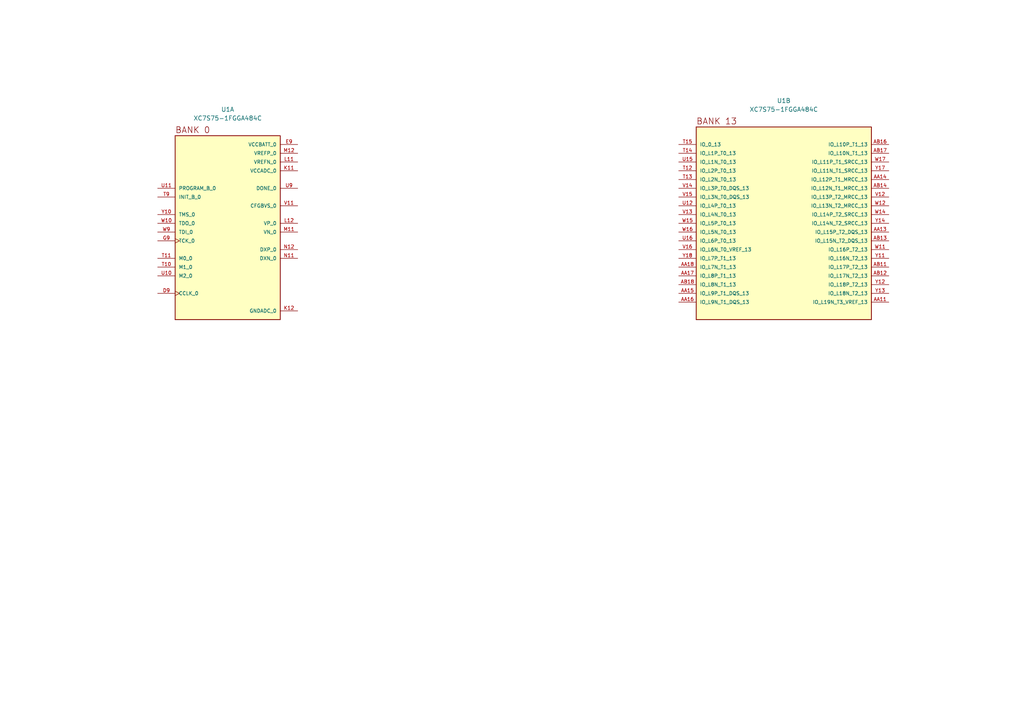
<source format=kicad_sch>
(kicad_sch (version 20231120) (generator "eeschema") (generator_version "8.0")
  (paper "A4")
  (title_block (title "ZYMA_ADC_FPGA") (date "2024-06-28") (rev "V01") (company "SHAKRA INNOVATIONS PVT LIMITED"))
  (lib_symbols
    (symbol "xc7s75:XC7S75-1FGGA484C" (pin_names (offset 1.016))
      (property "Reference" "U" (at -15.24 31.115 0))
      (property "Value" "XC7S75-1FGGA484C" (at -15.24 -27.94 0))
      (symbol "XC7S75-1FGGA484C_1_0"
        (rectangle (start -15.24 -25.4) (end 15.24 27.94) (stroke (width 0.254)) (fill (type background)))
        (text "BANK 0" (at -15.24 28.575 0) (effects (font (size 1.778 1.778)) (justify left bottom)))
        (pin input clock (at -20.32 -17.78 0) (length 5.08) (name "CCLK_0") (number "D9"))
        (pin power_in line (at 20.32 25.4 180) (length 5.08) (name "VCCBATT_0") (number "E9"))
        (pin input clock (at -20.32 -2.54 0) (length 5.08) (name "TCK_0") (number "G9"))
        (pin power_in line (at 20.32 17.78 180) (length 5.08) (name "VCCADC_0") (number "K11"))
        (pin power_in line (at 20.32 -22.86 180) (length 5.08) (name "GNDADC_0") (number "K12"))
        (pin power_in line (at 20.32 20.32 180) (length 5.08) (name "VREFN_0") (number "L11"))
        (pin bidirectional line (at 20.32 2.54 180) (length 5.08) (name "VP_0") (number "L12"))
        (pin bidirectional line (at 20.32 0 180) (length 5.08) (name "VN_0") (number "M11"))
        (pin power_in line (at 20.32 22.86 180) (length 5.08) (name "VREFP_0") (number "M12"))
        (pin bidirectional line (at 20.32 -7.62 180) (length 5.08) (name "DXN_0") (number "N11"))
        (pin bidirectional line (at 20.32 -5.08 180) (length 5.08) (name "DXP_0") (number "N12"))
        (pin input line (at -20.32 -10.16 0) (length 5.08) (name "M1_0") (number "T10"))
        (pin input line (at -20.32 -7.62 0) (length 5.08) (name "M0_0") (number "T11"))
        (pin input line (at -20.32 10.16 0) (length 5.08) (name "INIT_B_0") (number "T9"))
        (pin input line (at -20.32 -12.7 0) (length 5.08) (name "M2_0") (number "U10"))
        (pin input line (at -20.32 12.7 0) (length 5.08) (name "PROGRAM_B_0") (number "U11"))
        (pin output line (at 20.32 12.7 180) (length 5.08) (name "DONE_0") (number "U9"))
        (pin bidirectional line (at 20.32 7.62 180) (length 5.08) (name "CFGBVS_0") (number "V11"))
        (pin output line (at -20.32 2.54 0) (length 5.08) (name "TDO_0") (number "W10"))
        (pin input line (at -20.32 0 0) (length 5.08) (name "TDI_0") (number "W9"))
        (pin input line (at -20.32 5.08 0) (length 5.08) (name "TMS_0") (number "Y10"))
      )
      (symbol "XC7S75-1FGGA484C_2_0"
        (rectangle (start -25.4 -27.94) (end 25.4 27.94) (stroke (width 0.254)) (fill (type background)))
        (text "BANK 13" (at -25.4 28.575 0) (effects (font (size 1.778 1.778)) (justify left bottom)))
        (pin bidirectional line (at 30.48 -22.86 180) (length 5.08) (name "IO_L19N_T3_VREF_13") (number "AA11"))
        (pin bidirectional line (at 30.48 -2.54 180) (length 5.08) (name "IO_L15P_T2_DQS_13") (number "AA13"))
        (pin bidirectional line (at 30.48 12.7 180) (length 5.08) (name "IO_L12P_T1_MRCC_13") (number "AA14"))
        (pin bidirectional line (at -30.48 -20.32 0) (length 5.08) (name "IO_L9P_T1_DQS_13") (number "AA15"))
        (pin bidirectional line (at -30.48 -22.86 0) (length 5.08) (name "IO_L9N_T1_DQS_13") (number "AA16"))
        (pin bidirectional line (at -30.48 -15.24 0) (length 5.08) (name "IO_L8P_T1_13") (number "AA17"))
        (pin bidirectional line (at -30.48 -12.7 0) (length 5.08) (name "IO_L7N_T1_13") (number "AA18"))
        (pin bidirectional line (at 30.48 -12.7 180) (length 5.08) (name "IO_L17P_T2_13") (number "AB11"))
        (pin bidirectional line (at 30.48 -15.24 180) (length 5.08) (name "IO_L17N_T2_13") (number "AB12"))
        (pin bidirectional line (at 30.48 -5.08 180) (length 5.08) (name "IO_L15N_T2_DQS_13") (number "AB13"))
        (pin bidirectional line (at 30.48 10.16 180) (length 5.08) (name "IO_L12N_T1_MRCC_13") (number "AB14"))
        (pin bidirectional line (at 30.48 22.86 180) (length 5.08) (name "IO_L10P_T1_13") (number "AB16"))
        (pin bidirectional line (at 30.48 20.32 180) (length 5.08) (name "IO_L10N_T1_13") (number "AB17"))
        (pin bidirectional line (at -30.48 -17.78 0) (length 5.08) (name "IO_L8N_T1_13") (number "AB18"))
        (pin bidirectional line (at -30.48 15.24 0) (length 5.08) (name "IO_L2P_T0_13") (number "T12"))
        (pin bidirectional line (at -30.48 12.7 0) (length 5.08) (name "IO_L2N_T0_13") (number "T13"))
        (pin bidirectional line (at -30.48 20.32 0) (length 5.08) (name "IO_L1P_T0_13") (number "T14"))
        (pin bidirectional line (at -30.48 22.86 0) (length 5.08) (name "IO_0_13") (number "T15"))
        (pin bidirectional line (at -30.48 5.08 0) (length 5.08) (name "IO_L4P_T0_13") (number "U12"))
        (pin bidirectional line (at -30.48 17.78 0) (length 5.08) (name "IO_L1N_T0_13") (number "U15"))
        (pin bidirectional line (at -30.48 -5.08 0) (length 5.08) (name "IO_L6P_T0_13") (number "U16"))
        (pin bidirectional line (at 30.48 7.62 180) (length 5.08) (name "IO_L13P_T2_MRCC_13") (number "V12"))
        (pin bidirectional line (at -30.48 2.54 0) (length 5.08) (name "IO_L4N_T0_13") (number "V13"))
        (pin bidirectional line (at -30.48 10.16 0) (length 5.08) (name "IO_L3P_T0_DQS_13") (number "V14"))
        (pin bidirectional line (at -30.48 7.62 0) (length 5.08) (name "IO_L3N_T0_DQS_13") (number "V15"))
        (pin bidirectional line (at -30.48 -7.62 0) (length 5.08) (name "IO_L6N_T0_VREF_13") (number "V16"))
        (pin bidirectional line (at 30.48 -7.62 180) (length 5.08) (name "IO_L16P_T2_13") (number "W11"))
        (pin bidirectional line (at 30.48 5.08 180) (length 5.08) (name "IO_L13N_T2_MRCC_13") (number "W12"))
        (pin bidirectional line (at 30.48 2.54 180) (length 5.08) (name "IO_L14P_T2_SRCC_13") (number "W14"))
        (pin bidirectional line (at -30.48 0 0) (length 5.08) (name "IO_L5P_T0_13") (number "W15"))
        (pin bidirectional line (at -30.48 -2.54 0) (length 5.08) (name "IO_L5N_T0_13") (number "W16"))
        (pin bidirectional line (at 30.48 17.78 180) (length 5.08) (name "IO_L11P_T1_SRCC_13") (number "W17"))
        (pin bidirectional line (at 30.48 -10.16 180) (length 5.08) (name "IO_L16N_T2_13") (number "Y11"))
        (pin bidirectional line (at 30.48 -17.78 180) (length 5.08) (name "IO_L18P_T2_13") (number "Y12"))
        (pin bidirectional line (at 30.48 -20.32 180) (length 5.08) (name "IO_L18N_T2_13") (number "Y13"))
        (pin bidirectional line (at 30.48 0 180) (length 5.08) (name "IO_L14N_T2_SRCC_13") (number "Y14"))
        (pin bidirectional line (at 30.48 15.24 180) (length 5.08) (name "IO_L11N_T1_SRCC_13") (number "Y17"))
        (pin bidirectional line (at -30.48 -10.16 0) (length 5.08) (name "IO_L7P_T1_13") (number "Y18"))
      )
      (symbol "XC7S75-1FGGA484C_3_0"
        (rectangle (start -35.56 -35.56) (end 35.56 35.56) (stroke (width 0.254)) (fill (type background)))
        (text "BANK 14" (at -35.56 36.195 0) (effects (font (size 1.778 1.778)) (justify left bottom)))
        (pin bidirectional line (at 40.64 -2.54 180) (length 5.08) (name "IO_L19N_T3_D25_VREF_14") (number "AA20"))
        (pin bidirectional line (at 40.64 -15.24 180) (length 5.08) (name "IO_L22P_T3_D21_14") (number "AA21"))
        (pin bidirectional line (at 40.64 -7.62 180) (length 5.08) (name "IO_L20N_T3_D23_14") (number "AA22"))
        (pin bidirectional line (at 40.64 -20.32 180) (length 5.08) (name "IO_L23P_T3_D19_14") (number "AB19"))
        (pin bidirectional line (at 40.64 -22.86 180) (length 5.08) (name "IO_L23N_T3_D18_14") (number "AB20"))
        (pin bidirectional line (at 40.64 -17.78 180) (length 5.08) (name "IO_L22N_T3_D20_14") (number "AB21"))
        (pin bidirectional line (at -40.64 17.78 0) (length 5.08) (name "IO_L3P_T0_DQS_PUDC_B_14") (number "M19"))
        (pin bidirectional line (at -40.64 27.94 0) (length 5.08) (name "IO_L1P_T0_D00_MOSI_14") (number "M21"))
        (pin bidirectional line (at -40.64 25.4 0) (length 5.08) (name "IO_L1N_T0_D01_DIN_14") (number "M22"))
        (pin bidirectional line (at -40.64 30.48 0) (length 5.08) (name "IO_0_14") (number "N15"))
        (pin bidirectional line (at -40.64 2.54 0) (length 5.08) (name "IO_L6P_T0_FCS_B_14") (number "N17"))
        (pin bidirectional line (at -40.64 0 0) (length 5.08) (name "IO_L6N_T0_D08_VREF_14") (number "N18"))
        (pin bidirectional line (at -40.64 15.24 0) (length 5.08) (name "IO_L3N_T0_DQS_EMCCLK_14") (number "N19"))
        (pin bidirectional line (at -40.64 7.62 0) (length 5.08) (name "IO_L5P_T0_D06_14") (number "N20"))
        (pin bidirectional line (at -40.64 22.86 0) (length 5.08) (name "IO_L2P_T0_D02_14") (number "N21"))
        (pin bidirectional line (at -40.64 20.32 0) (length 5.08) (name "IO_L2N_T0_D03_14") (number "N22"))
        (pin bidirectional line (at 40.64 30.48 180) (length 5.08) (name "IO_L13P_T2_MRCC_14") (number "P15"))
        (pin bidirectional line (at 40.64 27.94 180) (length 5.08) (name "IO_L13N_T2_MRCC_14") (number "P16"))
        (pin bidirectional line (at 40.64 25.4 180) (length 5.08) (name "IO_L14P_T2_SRCC_14") (number "P17"))
        (pin bidirectional line (at -40.64 5.08 0) (length 5.08) (name "IO_L5N_T0_D07_14") (number "P20"))
        (pin bidirectional line (at -40.64 12.7 0) (length 5.08) (name "IO_L4P_T0_D04_14") (number "P21"))
        (pin bidirectional line (at -40.64 10.16 0) (length 5.08) (name "IO_L4N_T0_D05_14") (number "P22"))
        (pin bidirectional line (at 40.64 15.24 180) (length 5.08) (name "IO_L16P_T2_CSI_B_14") (number "R16"))
        (pin bidirectional line (at 40.64 12.7 180) (length 5.08) (name "IO_L16N_T2_D31_14") (number "R17"))
        (pin bidirectional line (at 40.64 22.86 180) (length 5.08) (name "IO_L14N_T2_SRCC_14") (number "R18"))
        (pin bidirectional line (at 40.64 10.16 180) (length 5.08) (name "IO_L17P_T2_D30_14") (number "R19"))
        (pin bidirectional line (at 40.64 7.62 180) (length 5.08) (name "IO_L17N_T2_D29_14") (number "R20"))
        (pin bidirectional line (at 40.64 -30.48 180) (length 5.08) (name "IO_25_14") (number "T16"))
        (pin bidirectional line (at 40.64 20.32 180) (length 5.08) (name "IO_L15P_T2_DQS_RDWR_B_14") (number "T17"))
        (pin bidirectional line (at 40.64 5.08 180) (length 5.08) (name "IO_L18P_T2_D28_14") (number "T19"))
        (pin bidirectional line (at 40.64 2.54 180) (length 5.08) (name "IO_L18N_T2_D27_14") (number "T20"))
        (pin bidirectional line (at -40.64 -2.54 0) (length 5.08) (name "IO_L7P_T1_D09_14") (number "T21"))
        (pin bidirectional line (at -40.64 -5.08 0) (length 5.08) (name "IO_L7N_T1_D10_14") (number "T22"))
        (pin bidirectional line (at 40.64 17.78 180) (length 5.08) (name "IO_L15N_T2_DQS_DOUT_CSO_B_14") (number "U17"))
        (pin bidirectional line (at -40.64 -27.94 0) (length 5.08) (name "IO_L12P_T1_MRCC_14") (number "U18"))
        (pin bidirectional line (at -40.64 -30.48 0) (length 5.08) (name "IO_L12N_T1_MRCC_14") (number "U19"))
        (pin bidirectional line (at -40.64 -22.86 0) (length 5.08) (name "IO_L11P_T1_SRCC_14") (number "U20"))
        (pin bidirectional line (at -40.64 -12.7 0) (length 5.08) (name "IO_L9P_T1_DQS_14") (number "U22"))
        (pin bidirectional line (at 40.64 -25.4 180) (length 5.08) (name "IO_L24P_T3_D17_14") (number "V18"))
        (pin bidirectional line (at 40.64 -27.94 180) (length 5.08) (name "IO_L24N_T3_D16_14") (number "V19"))
        (pin bidirectional line (at -40.64 -25.4 0) (length 5.08) (name "IO_L11N_T1_SRCC_14") (number "V20"))
        (pin bidirectional line (at -40.64 -7.62 0) (length 5.08) (name "IO_L8P_T1_D11_14") (number "V21"))
        (pin bidirectional line (at -40.64 -15.24 0) (length 5.08) (name "IO_L9N_T1_DQS_D13_14") (number "V22"))
        (pin bidirectional line (at 40.64 -10.16 180) (length 5.08) (name "IO_L21P_T3_DQS_14") (number "W18"))
        (pin bidirectional line (at -40.64 -17.78 0) (length 5.08) (name "IO_L10P_T1_D14_14") (number "W21"))
        (pin bidirectional line (at -40.64 -10.16 0) (length 5.08) (name "IO_L8N_T1_D12_14") (number "W22"))
        (pin bidirectional line (at 40.64 -12.7 180) (length 5.08) (name "IO_L21N_T3_DQS_D22_14") (number "Y19"))
        (pin bidirectional line (at 40.64 0 180) (length 5.08) (name "IO_L19P_T3_D26_14") (number "Y20"))
        (pin bidirectional line (at -40.64 -20.32 0) (length 5.08) (name "IO_L10N_T1_D15_14") (number "Y21"))
        (pin bidirectional line (at 40.64 -5.08 180) (length 5.08) (name "IO_L20P_T3_D24_14") (number "Y22"))
      )
      (symbol "XC7S75-1FGGA484C_4_0"
        (rectangle (start -30.48 -35.56) (end 30.48 35.56) (stroke (width 0.254)) (fill (type background)))
        (text "BANK 15" (at -30.48 36.195 0) (effects (font (size 1.778 1.778)) (justify left bottom)))
        (pin bidirectional line (at -35.56 30.48 0) (length 5.08) (name "IO_0_15") (number "A21"))
        (pin bidirectional line (at -35.56 -2.54 0) (length 5.08) (name "IO_L7P_T1_AD2P_15") (number "B21"))
        (pin bidirectional line (at -35.56 -5.08 0) (length 5.08) (name "IO_L7N_T1_AD2N_15") (number "B22"))
        (pin bidirectional line (at -35.56 -10.16 0) (length 5.08) (name "IO_L8N_T1_AD10N_15") (number "C20"))
        (pin bidirectional line (at -35.56 -15.24 0) (length 5.08) (name "IO_L9N_T1_DQS_AD3N_15") (number "C22"))
        (pin bidirectional line (at -35.56 -7.62 0) (length 5.08) (name "IO_L8P_T1_AD10P_15") (number "D20"))
        (pin bidirectional line (at -35.56 -12.7 0) (length 5.08) (name "IO_L9P_T1_DQS_AD3P_15") (number "D21"))
        (pin bidirectional line (at -35.56 -20.32 0) (length 5.08) (name "IO_L10N_T1_AD11N_15") (number "D22"))
        (pin bidirectional line (at -35.56 -17.78 0) (length 5.08) (name "IO_L10P_T1_AD11P_15") (number "E22"))
        (pin bidirectional line (at -35.56 27.94 0) (length 5.08) (name "IO_L1P_T0_AD0P_15") (number "F17"))
        (pin bidirectional line (at -35.56 25.4 0) (length 5.08) (name "IO_L1N_T0_AD0N_15") (number "F18"))
        (pin bidirectional line (at -35.56 -27.94 0) (length 5.08) (name "IO_L12P_T1_MRCC_15") (number "F19"))
        (pin bidirectional line (at -35.56 -30.48 0) (length 5.08) (name "IO_L12N_T1_MRCC_15") (number "F20"))
        (pin bidirectional line (at -35.56 -22.86 0) (length 5.08) (name "IO_L11P_T1_SRCC_15") (number "F21"))
        (pin bidirectional line (at -35.56 -25.4 0) (length 5.08) (name "IO_L11N_T1_SRCC_15") (number "F22"))
        (pin bidirectional line (at -35.56 10.16 0) (length 5.08) (name "IO_L4N_T0_15") (number "G16"))
        (pin bidirectional line (at -35.56 20.32 0) (length 5.08) (name "IO_L2N_T0_AD8N_15") (number "G17"))
        (pin bidirectional line (at 35.56 -2.54 180) (length 5.08) (name "IO_L19N_T3_VREF_15") (number "G20"))
        (pin bidirectional line (at 35.56 -5.08 180) (length 5.08) (name "IO_L20P_T3_15") (number "G21"))
        (pin bidirectional line (at 35.56 -7.62 180) (length 5.08) (name "IO_L20N_T3_15") (number "G22"))
        (pin bidirectional line (at -35.56 12.7 0) (length 5.08) (name "IO_L4P_T0_15") (number "H16"))
        (pin bidirectional line (at -35.56 22.86 0) (length 5.08) (name "IO_L2P_T0_AD8P_15") (number "H17"))
        (pin bidirectional line (at -35.56 15.24 0) (length 5.08) (name "IO_L3N_T0_DQS_AD1N_15") (number "H18"))
        (pin bidirectional line (at 35.56 0 180) (length 5.08) (name "IO_L19P_T3_15") (number "H19"))
        (pin bidirectional line (at 35.56 -10.16 180) (length 5.08) (name "IO_L21P_T3_DQS_15") (number "H20"))
        (pin bidirectional line (at 35.56 -12.7 180) (length 5.08) (name "IO_L21N_T3_DQS_15") (number "H21"))
        (pin bidirectional line (at -35.56 0 0) (length 5.08) (name "IO_L6N_T0_VREF_15") (number "J15"))
        (pin bidirectional line (at -35.56 5.08 0) (length 5.08) (name "IO_L5N_T0_AD9N_15") (number "J16"))
        (pin bidirectional line (at -35.56 17.78 0) (length 5.08) (name "IO_L3P_T0_DQS_AD1P_15") (number "J17"))
        (pin bidirectional line (at 35.56 10.16 180) (length 5.08) (name "IO_L17P_T2_15") (number "J19"))
        (pin bidirectional line (at 35.56 7.62 180) (length 5.08) (name "IO_L17N_T2_15") (number "J20"))
        (pin bidirectional line (at 35.56 -20.32 180) (length 5.08) (name "IO_L23P_T3_15") (number "J21"))
        (pin bidirectional line (at 35.56 -22.86 180) (length 5.08) (name "IO_L23N_T3_15") (number "J22"))
        (pin bidirectional line (at -35.56 2.54 0) (length 5.08) (name "IO_L6P_T0_15") (number "K15"))
        (pin bidirectional line (at -35.56 7.62 0) (length 5.08) (name "IO_L5P_T0_AD9P_15") (number "K16"))
        (pin bidirectional line (at 35.56 17.78 180) (length 5.08) (name "IO_L15N_T2_DQS_15") (number "K17"))
        (pin bidirectional line (at 35.56 15.24 180) (length 5.08) (name "IO_L16P_T2_15") (number "K18"))
        (pin bidirectional line (at 35.56 12.7 180) (length 5.08) (name "IO_L16N_T2_15") (number "K19"))
        (pin bidirectional line (at 35.56 -17.78 180) (length 5.08) (name "IO_L22N_T3_15") (number "K22"))
        (pin bidirectional line (at 35.56 27.94 180) (length 5.08) (name "IO_L13N_T2_MRCC_15") (number "L15"))
        (pin bidirectional line (at 35.56 20.32 180) (length 5.08) (name "IO_L15P_T2_DQS_15") (number "L16"))
        (pin bidirectional line (at 35.56 5.08 180) (length 5.08) (name "IO_L18P_T2_15") (number "L18"))
        (pin bidirectional line (at 35.56 2.54 180) (length 5.08) (name "IO_L18N_T2_15") (number "L19"))
        (pin bidirectional line (at 35.56 -25.4 180) (length 5.08) (name "IO_L24P_T3_RS1_15") (number "L20"))
        (pin bidirectional line (at 35.56 -27.94 180) (length 5.08) (name "IO_L24N_T3_RS0_15") (number "L21"))
        (pin bidirectional line (at 35.56 -15.24 180) (length 5.08) (name "IO_L22P_T3_15") (number "L22"))
        (pin bidirectional line (at 35.56 30.48 180) (length 5.08) (name "IO_L13P_T2_MRCC_15") (number "M15"))
        (pin bidirectional line (at 35.56 -30.48 180) (length 5.08) (name "IO_25_15") (number "M16"))
        (pin bidirectional line (at 35.56 25.4 180) (length 5.08) (name "IO_L14P_T2_SRCC_15") (number "M17"))
        (pin bidirectional line (at 35.56 22.86 180) (length 5.08) (name "IO_L14N_T2_SRCC_15") (number "M18"))
      )
      (symbol "XC7S75-1FGGA484C_5_0"
        (rectangle (start -30.48 -35.56) (end 30.48 35.56) (stroke (width 0.254)) (fill (type background)))
        (text "BANK 16" (at -30.48 36.195 0) (effects (font (size 1.778 1.778)) (justify left bottom)))
        (pin bidirectional line (at -35.56 -7.62 0) (length 5.08) (name "IO_L8P_T1_16") (number "A11"))
        (pin bidirectional line (at -35.56 -10.16 0) (length 5.08) (name "IO_L8N_T1_16") (number "A12"))
        (pin bidirectional line (at -35.56 -15.24 0) (length 5.08) (name "IO_L9N_T1_DQS_16") (number "A13"))
        (pin bidirectional line (at 35.56 7.62 180) (length 5.08) (name "IO_L17N_T2_16") (number "A14"))
        (pin bidirectional line (at 35.56 5.08 180) (length 5.08) (name "IO_L18P_T2_16") (number "A16"))
        (pin bidirectional line (at 35.56 2.54 180) (length 5.08) (name "IO_L18N_T2_16") (number "A17"))
        (pin bidirectional line (at 35.56 -10.16 180) (length 5.08) (name "IO_L21P_T3_DQS_16") (number "A18"))
        (pin bidirectional line (at 35.56 -12.7 180) (length 5.08) (name "IO_L21N_T3_DQS_16") (number "A19"))
        (pin bidirectional line (at 35.56 -22.86 180) (length 5.08) (name "IO_L23N_T3_16") (number "A20"))
        (pin bidirectional line (at -35.56 -12.7 0) (length 5.08) (name "IO_L9P_T1_DQS_16") (number "B13"))
        (pin bidirectional line (at 35.56 10.16 180) (length 5.08) (name "IO_L17P_T2_16") (number "B14"))
        (pin bidirectional line (at 35.56 25.4 180) (length 5.08) (name "IO_L14P_T2_SRCC_16") (number "B15"))
        (pin bidirectional line (at 35.56 22.86 180) (length 5.08) (name "IO_L14N_T2_SRCC_16") (number "B16"))
        (pin bidirectional line (at 35.56 -7.62 180) (length 5.08) (name "IO_L20N_T3_16") (number "B19"))
        (pin bidirectional line (at 35.56 -20.32 180) (length 5.08) (name "IO_L23P_T3_16") (number "B20"))
        (pin bidirectional line (at -35.56 -17.78 0) (length 5.08) (name "IO_L10P_T1_16") (number "C10"))
        (pin bidirectional line (at -35.56 -20.32 0) (length 5.08) (name "IO_L10N_T1_16") (number "C11"))
        (pin bidirectional line (at -35.56 -30.48 0) (length 5.08) (name "IO_L12N_T1_MRCC_16") (number "C12"))
        (pin bidirectional line (at -35.56 -5.08 0) (length 5.08) (name "IO_L7N_T1_16") (number "C13"))
        (pin bidirectional line (at 35.56 30.48 180) (length 5.08) (name "IO_L13P_T2_MRCC_16") (number "C15"))
        (pin bidirectional line (at 35.56 27.94 180) (length 5.08) (name "IO_L13N_T2_MRCC_16") (number "C16"))
        (pin bidirectional line (at 35.56 17.78 180) (length 5.08) (name "IO_L15N_T2_DQS_16") (number "C17"))
        (pin bidirectional line (at 35.56 -2.54 180) (length 5.08) (name "IO_L19N_T3_VREF_16") (number "C18"))
        (pin bidirectional line (at 35.56 -5.08 180) (length 5.08) (name "IO_L20P_T3_16") (number "C19"))
        (pin bidirectional line (at -35.56 15.24 0) (length 5.08) (name "IO_L3N_T0_DQS_16") (number "D11"))
        (pin bidirectional line (at -35.56 -27.94 0) (length 5.08) (name "IO_L12P_T1_MRCC_16") (number "D12"))
        (pin bidirectional line (at -35.56 -2.54 0) (length 5.08) (name "IO_L7P_T1_16") (number "D13"))
        (pin bidirectional line (at -35.56 -22.86 0) (length 5.08) (name "IO_L11P_T1_SRCC_16") (number "D14"))
        (pin bidirectional line (at -35.56 -25.4 0) (length 5.08) (name "IO_L11N_T1_SRCC_16") (number "D15"))
        (pin bidirectional line (at 35.56 20.32 180) (length 5.08) (name "IO_L15P_T2_DQS_16") (number "D16"))
        (pin bidirectional line (at 35.56 0 180) (length 5.08) (name "IO_L19P_T3_16") (number "D18"))
        (pin bidirectional line (at 35.56 -27.94 180) (length 5.08) (name "IO_L24N_T3_16") (number "D19"))
        (pin bidirectional line (at -35.56 17.78 0) (length 5.08) (name "IO_L3P_T0_DQS_16") (number "E11"))
        (pin bidirectional line (at -35.56 5.08 0) (length 5.08) (name "IO_L5N_T0_16") (number "E12"))
        (pin bidirectional line (at 35.56 15.24 180) (length 5.08) (name "IO_L16P_T2_16") (number "E15"))
        (pin bidirectional line (at 35.56 12.7 180) (length 5.08) (name "IO_L16N_T2_16") (number "E16"))
        (pin bidirectional line (at 35.56 -15.24 180) (length 5.08) (name "IO_L22P_T3_16") (number "E17"))
        (pin bidirectional line (at 35.56 -17.78 180) (length 5.08) (name "IO_L22N_T3_16") (number "E18"))
        (pin bidirectional line (at 35.56 -25.4 180) (length 5.08) (name "IO_L24P_T3_16") (number "E19"))
        (pin bidirectional line (at -35.56 20.32 0) (length 5.08) (name "IO_L2N_T0_16") (number "F10"))
        (pin bidirectional line (at -35.56 25.4 0) (length 5.08) (name "IO_L1N_T0_16") (number "F11"))
        (pin bidirectional line (at -35.56 7.62 0) (length 5.08) (name "IO_L5P_T0_16") (number "F12"))
        (pin bidirectional line (at -35.56 12.7 0) (length 5.08) (name "IO_L4P_T0_16") (number "F13"))
        (pin bidirectional line (at -35.56 10.16 0) (length 5.08) (name "IO_L4N_T0_16") (number "F14"))
        (pin bidirectional line (at -35.56 0 0) (length 5.08) (name "IO_L6N_T0_VREF_16") (number "F15"))
        (pin bidirectional line (at -35.56 22.86 0) (length 5.08) (name "IO_L2P_T0_16") (number "G10"))
        (pin bidirectional line (at -35.56 27.94 0) (length 5.08) (name "IO_L1P_T0_16") (number "G11"))
        (pin bidirectional line (at -35.56 30.48 0) (length 5.08) (name "IO_0_16") (number "G13"))
        (pin bidirectional line (at -35.56 2.54 0) (length 5.08) (name "IO_L6P_T0_16") (number "G14"))
        (pin bidirectional line (at 35.56 -30.48 180) (length 5.08) (name "IO_25_16") (number "G15"))
      )
      (symbol "XC7S75-1FGGA484C_6_0"
        (rectangle (start -30.48 -35.56) (end 30.48 35.56) (stroke (width 0.254)) (fill (type background)))
        (text "BANK 34" (at -30.48 36.195 0) (effects (font (size 1.778 1.778)) (justify left bottom)))
        (pin bidirectional line (at 35.56 7.62 180) (length 5.08) (name "IO_L17N_T2_34") (number "AA1"))
        (pin bidirectional line (at 35.56 -15.24 180) (length 5.08) (name "IO_L22P_T3_34") (number "AA10"))
        (pin bidirectional line (at 35.56 10.16 180) (length 5.08) (name "IO_L17P_T2_34") (number "AA2"))
        (pin bidirectional line (at 35.56 17.78 180) (length 5.08) (name "IO_L15N_T2_DQS_34") (number "AA3"))
        (pin bidirectional line (at 35.56 30.48 180) (length 5.08) (name "IO_L13P_T2_MRCC_34") (number "AA6"))
        (pin bidirectional line (at 35.56 -20.32 180) (length 5.08) (name "IO_L23P_T3_34") (number "AA7"))
        (pin bidirectional line (at 35.56 -7.62 180) (length 5.08) (name "IO_L20N_T3_34") (number "AA8"))
        (pin bidirectional line (at 35.56 -25.4 180) (length 5.08) (name "IO_L24P_T3_34") (number "AA9"))
        (pin bidirectional line (at 35.56 -17.78 180) (length 5.08) (name "IO_L22N_T3_34") (number "AB10"))
        (pin bidirectional line (at 35.56 12.7 180) (length 5.08) (name "IO_L16N_T2_34") (number "AB2"))
        (pin bidirectional line (at 35.56 15.24 180) (length 5.08) (name "IO_L16P_T2_34") (number "AB3"))
        (pin bidirectional line (at 35.56 2.54 180) (length 5.08) (name "IO_L18N_T2_34") (number "AB4"))
        (pin bidirectional line (at 35.56 5.08 180) (length 5.08) (name "IO_L18P_T2_34") (number "AB5"))
        (pin bidirectional line (at 35.56 27.94 180) (length 5.08) (name "IO_L13N_T2_MRCC_34") (number "AB6"))
        (pin bidirectional line (at 35.56 -22.86 180) (length 5.08) (name "IO_L23N_T3_34") (number "AB7"))
        (pin bidirectional line (at 35.56 -27.94 180) (length 5.08) (name "IO_L24N_T3_34") (number "AB9"))
        (pin bidirectional line (at -35.56 30.48 0) (length 5.08) (name "IO_0_34") (number "R2"))
        (pin bidirectional line (at 35.56 -30.48 180) (length 5.08) (name "IO_25_34") (number "T1"))
        (pin bidirectional line (at -35.56 -30.48 0) (length 5.08) (name "IO_L12N_T1_MRCC_34") (number "T2"))
        (pin bidirectional line (at -35.56 -27.94 0) (length 5.08) (name "IO_L12P_T1_MRCC_34") (number "T3"))
        (pin bidirectional line (at -35.56 12.7 0) (length 5.08) (name "IO_L4P_T0_34") (number "T5"))
        (pin bidirectional line (at -35.56 20.32 0) (length 5.08) (name "IO_L2N_T0_34") (number "T6"))
        (pin bidirectional line (at -35.56 22.86 0) (length 5.08) (name "IO_L2P_T0_34") (number "T7"))
        (pin bidirectional line (at -35.56 2.54 0) (length 5.08) (name "IO_L6P_T0_34") (number "T8"))
        (pin bidirectional line (at -35.56 -15.24 0) (length 5.08) (name "IO_L9N_T1_DQS_34") (number "U1"))
        (pin bidirectional line (at -35.56 -12.7 0) (length 5.08) (name "IO_L9P_T1_DQS_34") (number "U2"))
        (pin bidirectional line (at -35.56 -25.4 0) (length 5.08) (name "IO_L11N_T1_SRCC_34") (number "U3"))
        (pin bidirectional line (at -35.56 -22.86 0) (length 5.08) (name "IO_L11P_T1_SRCC_34") (number "U4"))
        (pin bidirectional line (at -35.56 10.16 0) (length 5.08) (name "IO_L4N_T0_34") (number "U5"))
        (pin bidirectional line (at -35.56 0 0) (length 5.08) (name "IO_L6N_T0_VREF_34") (number "U8"))
        (pin bidirectional line (at -35.56 -2.54 0) (length 5.08) (name "IO_L7P_T1_34") (number "V1"))
        (pin bidirectional line (at -35.56 15.24 0) (length 5.08) (name "IO_L3N_T0_DQS_34") (number "V4"))
        (pin bidirectional line (at -35.56 17.78 0) (length 5.08) (name "IO_L3P_T0_DQS_34") (number "V5"))
        (pin bidirectional line (at -35.56 5.08 0) (length 5.08) (name "IO_L5N_T0_34") (number "V6"))
        (pin bidirectional line (at -35.56 7.62 0) (length 5.08) (name "IO_L5P_T0_34") (number "V7"))
        (pin bidirectional line (at 35.56 0 180) (length 5.08) (name "IO_L19P_T3_34") (number "V8"))
        (pin bidirectional line (at -35.56 -5.08 0) (length 5.08) (name "IO_L7N_T1_34") (number "W1"))
        (pin bidirectional line (at -35.56 -7.62 0) (length 5.08) (name "IO_L8P_T1_34") (number "W2"))
        (pin bidirectional line (at -35.56 -17.78 0) (length 5.08) (name "IO_L10P_T1_34") (number "W3"))
        (pin bidirectional line (at -35.56 25.4 0) (length 5.08) (name "IO_L1N_T0_34") (number "W4"))
        (pin bidirectional line (at -35.56 27.94 0) (length 5.08) (name "IO_L1P_T0_34") (number "W5"))
        (pin bidirectional line (at 35.56 -10.16 180) (length 5.08) (name "IO_L21P_T3_DQS_34") (number "W7"))
        (pin bidirectional line (at 35.56 -2.54 180) (length 5.08) (name "IO_L19N_T3_VREF_34") (number "W8"))
        (pin bidirectional line (at -35.56 -10.16 0) (length 5.08) (name "IO_L8N_T1_34") (number "Y1"))
        (pin bidirectional line (at -35.56 -20.32 0) (length 5.08) (name "IO_L10N_T1_34") (number "Y3"))
        (pin bidirectional line (at 35.56 20.32 180) (length 5.08) (name "IO_L15P_T2_DQS_34") (number "Y4"))
        (pin bidirectional line (at 35.56 22.86 180) (length 5.08) (name "IO_L14N_T2_SRCC_34") (number "Y5"))
        (pin bidirectional line (at 35.56 25.4 180) (length 5.08) (name "IO_L14P_T2_SRCC_34") (number "Y6"))
        (pin bidirectional line (at 35.56 -12.7 180) (length 5.08) (name "IO_L21N_T3_DQS_34") (number "Y7"))
        (pin bidirectional line (at 35.56 -5.08 180) (length 5.08) (name "IO_L20P_T3_34") (number "Y8"))
      )
      (symbol "XC7S75-1FGGA484C_7_0"
        (rectangle (start -30.48 -35.56) (end 30.48 35.56) (stroke (width 0.254)) (fill (type background)))
        (text "BANK 35" (at -30.48 36.195 0) (effects (font (size 1.778 1.778)) (justify left bottom)))
        (pin bidirectional line (at -35.56 25.4 0) (length 5.08) (name "IO_L1N_T0_AD4N_35") (number "H2"))
        (pin bidirectional line (at -35.56 20.32 0) (length 5.08) (name "IO_L2N_T0_AD12N_35") (number "H3"))
        (pin bidirectional line (at -35.56 22.86 0) (length 5.08) (name "IO_L2P_T0_AD12P_35") (number "H4"))
        (pin bidirectional line (at -35.56 5.08 0) (length 5.08) (name "IO_L5N_T0_AD13N_35") (number "H5"))
        (pin bidirectional line (at -35.56 7.62 0) (length 5.08) (name "IO_L5P_T0_AD13P_35") (number "H6"))
        (pin bidirectional line (at -35.56 30.48 0) (length 5.08) (name "IO_0_35") (number "H7"))
        (pin bidirectional line (at -35.56 15.24 0) (length 5.08) (name "IO_L3N_T0_DQS_AD5N_35") (number "J1"))
        (pin bidirectional line (at -35.56 17.78 0) (length 5.08) (name "IO_L3P_T0_DQS_AD5P_35") (number "J2"))
        (pin bidirectional line (at -35.56 27.94 0) (length 5.08) (name "IO_L1P_T0_AD4P_35") (number "J3"))
        (pin bidirectional line (at -35.56 0 0) (length 5.08) (name "IO_L6N_T0_VREF_35") (number "J6"))
        (pin bidirectional line (at -35.56 -5.08 0) (length 5.08) (name "IO_L7N_T1_AD6N_35") (number "J7"))
        (pin bidirectional line (at -35.56 -2.54 0) (length 5.08) (name "IO_L7P_T1_AD6P_35") (number "J8"))
        (pin bidirectional line (at 35.56 22.86 180) (length 5.08) (name "IO_L14N_T2_SRCC_35") (number "K1"))
        (pin bidirectional line (at -35.56 10.16 0) (length 5.08) (name "IO_L4N_T0_35") (number "K2"))
        (pin bidirectional line (at -35.56 12.7 0) (length 5.08) (name "IO_L4P_T0_35") (number "K3"))
        (pin bidirectional line (at -35.56 -20.32 0) (length 5.08) (name "IO_L10N_T1_AD15N_35") (number "K4"))
        (pin bidirectional line (at -35.56 -15.24 0) (length 5.08) (name "IO_L9N_T1_DQS_AD7N_35") (number "K5"))
        (pin bidirectional line (at -35.56 2.54 0) (length 5.08) (name "IO_L6P_T0_35") (number "K6"))
        (pin bidirectional line (at -35.56 -25.4 0) (length 5.08) (name "IO_L11N_T1_SRCC_35") (number "K8"))
        (pin bidirectional line (at 35.56 25.4 180) (length 5.08) (name "IO_L14P_T2_SRCC_35") (number "L1"))
        (pin bidirectional line (at -35.56 -17.78 0) (length 5.08) (name "IO_L10P_T1_AD15P_35") (number "L4"))
        (pin bidirectional line (at -35.56 -12.7 0) (length 5.08) (name "IO_L9P_T1_DQS_AD7P_35") (number "L5"))
        (pin bidirectional line (at -35.56 -10.16 0) (length 5.08) (name "IO_L8N_T1_AD14N_35") (number "L6"))
        (pin bidirectional line (at -35.56 -7.62 0) (length 5.08) (name "IO_L8P_T1_AD14P_35") (number "L7"))
        (pin bidirectional line (at -35.56 -22.86 0) (length 5.08) (name "IO_L11P_T1_SRCC_35") (number "L8"))
        (pin bidirectional line (at 35.56 17.78 180) (length 5.08) (name "IO_L15N_T2_DQS_35") (number "M1"))
        (pin bidirectional line (at 35.56 20.32 180) (length 5.08) (name "IO_L15P_T2_DQS_35") (number "M2"))
        (pin bidirectional line (at 35.56 27.94 180) (length 5.08) (name "IO_L13N_T2_MRCC_35") (number "M3"))
        (pin bidirectional line (at 35.56 30.48 180) (length 5.08) (name "IO_L13P_T2_MRCC_35") (number "M4"))
        (pin bidirectional line (at 35.56 -7.62 180) (length 5.08) (name "IO_L20N_T3_35") (number "M5"))
        (pin bidirectional line (at -35.56 -30.48 0) (length 5.08) (name "IO_L12N_T1_MRCC_35") (number "M7"))
        (pin bidirectional line (at -35.56 -27.94 0) (length 5.08) (name "IO_L12P_T1_MRCC_35") (number "M8"))
        (pin bidirectional line (at 35.56 7.62 180) (length 5.08) (name "IO_L17N_T2_35") (number "N1"))
        (pin bidirectional line (at 35.56 12.7 180) (length 5.08) (name "IO_L16N_T2_35") (number "N3"))
        (pin bidirectional line (at 35.56 15.24 180) (length 5.08) (name "IO_L16P_T2_35") (number "N4"))
        (pin bidirectional line (at 35.56 -5.08 180) (length 5.08) (name "IO_L20P_T3_35") (number "N5"))
        (pin bidirectional line (at 35.56 -12.7 180) (length 5.08) (name "IO_L21N_T3_DQS_35") (number "N6"))
        (pin bidirectional line (at 35.56 -17.78 180) (length 5.08) (name "IO_L22N_T3_35") (number "N7"))
        (pin bidirectional line (at 35.56 -2.54 180) (length 5.08) (name "IO_L19N_T3_VREF_35") (number "N8"))
        (pin bidirectional line (at 35.56 10.16 180) (length 5.08) (name "IO_L17P_T2_35") (number "P1"))
        (pin bidirectional line (at 35.56 2.54 180) (length 5.08) (name "IO_L18N_T2_35") (number "P2"))
        (pin bidirectional line (at 35.56 5.08 180) (length 5.08) (name "IO_L18P_T2_35") (number "P3"))
        (pin bidirectional line (at 35.56 -10.16 180) (length 5.08) (name "IO_L21P_T3_DQS_35") (number "P6"))
        (pin bidirectional line (at 35.56 -15.24 180) (length 5.08) (name "IO_L22P_T3_35") (number "P7"))
        (pin bidirectional line (at 35.56 0 180) (length 5.08) (name "IO_L19P_T3_35") (number "P8"))
        (pin bidirectional line (at 35.56 -30.48 180) (length 5.08) (name "IO_25_35") (number "R3"))
        (pin bidirectional line (at 35.56 -27.94 180) (length 5.08) (name "IO_L24N_T3_35") (number "R4"))
        (pin bidirectional line (at 35.56 -25.4 180) (length 5.08) (name "IO_L24P_T3_35") (number "R5"))
        (pin bidirectional line (at 35.56 -22.86 180) (length 5.08) (name "IO_L23N_T3_35") (number "R6"))
        (pin bidirectional line (at 35.56 -20.32 180) (length 5.08) (name "IO_L23P_T3_35") (number "R7"))
      )
      (symbol "XC7S75-1FGGA484C_8_0"
        (rectangle (start -30.48 -35.56) (end 30.48 35.56) (stroke (width 0.254)) (fill (type background)))
        (text "BANK 36" (at -30.48 36.195 0) (effects (font (size 1.778 1.778)) (justify left bottom)))
        (pin bidirectional line (at -35.56 20.32 0) (length 5.08) (name "IO_L2N_T0_36") (number "A10"))
        (pin bidirectional line (at 35.56 17.78 180) (length 5.08) (name "IO_L15N_T2_DQS_36") (number "A2"))
        (pin bidirectional line (at 35.56 22.86 180) (length 5.08) (name "IO_L14N_T2_SRCC_36") (number "A3"))
        (pin bidirectional line (at 35.56 25.4 180) (length 5.08) (name "IO_L14P_T2_SRCC_36") (number "A4"))
        (pin bidirectional line (at 35.56 27.94 180) (length 5.08) (name "IO_L13N_T2_MRCC_36") (number "A5"))
        (pin bidirectional line (at -35.56 10.16 0) (length 5.08) (name "IO_L4N_T0_36") (number "A6"))
        (pin bidirectional line (at -35.56 12.7 0) (length 5.08) (name "IO_L4P_T0_36") (number "A7"))
        (pin bidirectional line (at -35.56 25.4 0) (length 5.08) (name "IO_L1N_T0_36") (number "A9"))
        (pin bidirectional line (at 35.56 7.62 180) (length 5.08) (name "IO_L17N_T2_36") (number "B1"))
        (pin bidirectional line (at -35.56 22.86 0) (length 5.08) (name "IO_L2P_T0_36") (number "B10"))
        (pin bidirectional line (at 35.56 10.16 180) (length 5.08) (name "IO_L17P_T2_36") (number "B2"))
        (pin bidirectional line (at 35.56 20.32 180) (length 5.08) (name "IO_L15P_T2_DQS_36") (number "B3"))
        (pin bidirectional line (at 35.56 30.48 180) (length 5.08) (name "IO_L13P_T2_MRCC_36") (number "B6"))
        (pin bidirectional line (at -35.56 5.08 0) (length 5.08) (name "IO_L5N_T0_36") (number "B7"))
        (pin bidirectional line (at -35.56 7.62 0) (length 5.08) (name "IO_L5P_T0_36") (number "B8"))
        (pin bidirectional line (at -35.56 27.94 0) (length 5.08) (name "IO_L1P_T0_36") (number "B9"))
        (pin bidirectional line (at 35.56 2.54 180) (length 5.08) (name "IO_L18N_T2_36") (number "C1"))
        (pin bidirectional line (at 35.56 5.08 180) (length 5.08) (name "IO_L18P_T2_36") (number "C2"))
        (pin bidirectional line (at 35.56 12.7 180) (length 5.08) (name "IO_L16N_T2_36") (number "C3"))
        (pin bidirectional line (at 35.56 15.24 180) (length 5.08) (name "IO_L16P_T2_36") (number "C4"))
        (pin bidirectional line (at -35.56 -5.08 0) (length 5.08) (name "IO_L7N_T1_36") (number "C5"))
        (pin bidirectional line (at -35.56 -2.54 0) (length 5.08) (name "IO_L7P_T1_36") (number "C6"))
        (pin bidirectional line (at -35.56 15.24 0) (length 5.08) (name "IO_L3N_T0_DQS_36") (number "C8"))
        (pin bidirectional line (at -35.56 17.78 0) (length 5.08) (name "IO_L3P_T0_DQS_36") (number "C9"))
        (pin bidirectional line (at 35.56 -27.94 180) (length 5.08) (name "IO_L24N_T3_36") (number "D1"))
        (pin bidirectional line (at 35.56 -22.86 180) (length 5.08) (name "IO_L23N_T3_36") (number "D2"))
        (pin bidirectional line (at 35.56 -7.62 180) (length 5.08) (name "IO_L20N_T3_36") (number "D4"))
        (pin bidirectional line (at -35.56 -10.16 0) (length 5.08) (name "IO_L8N_T1_36") (number "D5"))
        (pin bidirectional line (at -35.56 -7.62 0) (length 5.08) (name "IO_L8P_T1_36") (number "D6"))
        (pin bidirectional line (at -35.56 0 0) (length 5.08) (name "IO_L6N_T0_VREF_36") (number "D7"))
        (pin bidirectional line (at -35.56 2.54 0) (length 5.08) (name "IO_L6P_T0_36") (number "D8"))
        (pin bidirectional line (at 35.56 -12.7 180) (length 5.08) (name "IO_L21N_T3_DQS_36") (number "E1"))
        (pin bidirectional line (at 35.56 -25.4 180) (length 5.08) (name "IO_L24P_T3_36") (number "E2"))
        (pin bidirectional line (at 35.56 -20.32 180) (length 5.08) (name "IO_L23P_T3_36") (number "E3"))
        (pin bidirectional line (at 35.56 -5.08 180) (length 5.08) (name "IO_L20P_T3_36") (number "E4"))
        (pin bidirectional line (at -35.56 -20.32 0) (length 5.08) (name "IO_L10N_T1_36") (number "E5"))
        (pin bidirectional line (at -35.56 30.48 0) (length 5.08) (name "IO_0_36") (number "E8"))
        (pin bidirectional line (at 35.56 -10.16 180) (length 5.08) (name "IO_L21P_T3_DQS_36") (number "F1"))
        (pin bidirectional line (at 35.56 -30.48 180) (length 5.08) (name "IO_25_36") (number "F4"))
        (pin bidirectional line (at -35.56 -17.78 0) (length 5.08) (name "IO_L10P_T1_36") (number "F5"))
        (pin bidirectional line (at -35.56 -30.48 0) (length 5.08) (name "IO_L12N_T1_MRCC_36") (number "F6"))
        (pin bidirectional line (at -35.56 -27.94 0) (length 5.08) (name "IO_L12P_T1_MRCC_36") (number "F7"))
        (pin bidirectional line (at -35.56 -15.24 0) (length 5.08) (name "IO_L9N_T1_DQS_36") (number "F8"))
        (pin bidirectional line (at 35.56 -17.78 180) (length 5.08) (name "IO_L22N_T3_36") (number "G1"))
        (pin bidirectional line (at 35.56 -15.24 180) (length 5.08) (name "IO_L22P_T3_36") (number "G2"))
        (pin bidirectional line (at 35.56 -2.54 180) (length 5.08) (name "IO_L19N_T3_VREF_36") (number "G3"))
        (pin bidirectional line (at 35.56 0 180) (length 5.08) (name "IO_L19P_T3_36") (number "G4"))
        (pin bidirectional line (at -35.56 -25.4 0) (length 5.08) (name "IO_L11N_T1_SRCC_36") (number "G6"))
        (pin bidirectional line (at -35.56 -22.86 0) (length 5.08) (name "IO_L11P_T1_SRCC_36") (number "G7"))
        (pin bidirectional line (at -35.56 -12.7 0) (length 5.08) (name "IO_L9P_T1_DQS_36") (number "G8"))
      )
      (symbol "XC7S75-1FGGA484C_9_0"
        (rectangle (start -15.24 -12.7) (end 15.24 15.24) (stroke (width 0.254)) (fill (type background)))
        (text "Power" (at -15.24 15.875 0) (effects (font (size 1.778 1.778)) (justify left bottom)))
        (pin power_in line (at 20.32 -10.16 180) (length 5.08) (name "GND") (number "A1"))
        (pin power_in line (at 20.32 -10.16 180) (length 5.08) (name "GND") (number "A15"))
        (pin power_in line (at 20.32 -10.16 180) (length 5.08) (name "GND") (number "A22"))
        (pin power_in line (at 20.32 -10.16 180) (length 5.08) (name "GND") (number "A8"))
        (pin power_in line (at 20.32 -10.16 180) (length 5.08) (name "GND") (number "AA12"))
        (pin power_in line (at 20.32 -10.16 180) (length 5.08) (name "GND") (number "AA19"))
        (pin power_in line (at -20.32 0 0) (length 5.08) (name "VCCO_34") (number "AA4"))
        (pin power_in line (at 20.32 -10.16 180) (length 5.08) (name "GND") (number "AA5"))
        (pin power_in line (at 20.32 -10.16 180) (length 5.08) (name "GND") (number "AB1"))
        (pin power_in line (at 20.32 -10.16 180) (length 5.08) (name "GND") (number "AB15"))
        (pin power_in line (at 20.32 -10.16 180) (length 5.08) (name "GND") (number "AB22"))
        (pin power_in line (at 20.32 -10.16 180) (length 5.08) (name "GND") (number "AB8"))
        (pin power_in line (at 20.32 -10.16 180) (length 5.08) (name "GND") (number "B11"))
        (pin power_in line (at -20.32 2.54 0) (length 5.08) (name "VCCO_16") (number "B12"))
        (pin power_in line (at -20.32 2.54 0) (length 5.08) (name "VCCO_16") (number "B17"))
        (pin power_in line (at 20.32 -10.16 180) (length 5.08) (name "GND") (number "B18"))
        (pin power_in line (at 20.32 -10.16 180) (length 5.08) (name "GND") (number "B4"))
        (pin power_in line (at -20.32 -5.08 0) (length 5.08) (name "VCCO_36") (number "B5"))
        (pin power_in line (at 20.32 -10.16 180) (length 5.08) (name "GND") (number "C14"))
        (pin power_in line (at 20.32 -10.16 180) (length 5.08) (name "GND") (number "C21"))
        (pin power_in line (at 20.32 -10.16 180) (length 5.08) (name "GND") (number "C7"))
        (pin power_in line (at 20.32 -10.16 180) (length 5.08) (name "GND") (number "D10"))
        (pin power_in line (at 20.32 -10.16 180) (length 5.08) (name "GND") (number "D17"))
        (pin power_in line (at 20.32 -10.16 180) (length 5.08) (name "GND") (number "D3"))
        (pin power_in line (at -20.32 12.7 0) (length 5.08) (name "VCCO_0") (number "E10"))
        (pin power_in line (at 20.32 -10.16 180) (length 5.08) (name "GND") (number "E13"))
        (pin power_in line (at -20.32 2.54 0) (length 5.08) (name "VCCO_16") (number "E14"))
        (pin power_in line (at 20.32 -10.16 180) (length 5.08) (name "GND") (number "E20"))
        (pin power_in line (at -20.32 5.08 0) (length 5.08) (name "VCCO_15") (number "E21"))
        (pin power_in line (at 20.32 -10.16 180) (length 5.08) (name "GND") (number "E6"))
        (pin power_in line (at -20.32 -5.08 0) (length 5.08) (name "VCCO_36") (number "E7"))
        (pin power_in line (at 20.32 -10.16 180) (length 5.08) (name "GND") (number "F16"))
        (pin power_in line (at 20.32 -10.16 180) (length 5.08) (name "GND") (number "F2"))
        (pin power_in line (at -20.32 -5.08 0) (length 5.08) (name "VCCO_36") (number "F3"))
        (pin power_in line (at 20.32 -10.16 180) (length 5.08) (name "GND") (number "F9"))
        (pin power_in line (at 20.32 -10.16 180) (length 5.08) (name "GND") (number "G12"))
        (pin power_in line (at -20.32 5.08 0) (length 5.08) (name "VCCO_15") (number "G18"))
        (pin power_in line (at 20.32 -10.16 180) (length 5.08) (name "GND") (number "G19"))
        (pin power_in line (at 20.32 -10.16 180) (length 5.08) (name "GND") (number "G5"))
        (pin power_in line (at 20.32 -10.16 180) (length 5.08) (name "GND") (number "H1"))
        (pin power_in line (at 20.32 -10.16 180) (length 5.08) (name "GND") (number "H10"))
        (pin power_in line (at 20.32 10.16 180) (length 5.08) (name "VCCINT") (number "H11"))
        (pin power_in line (at 20.32 -10.16 180) (length 5.08) (name "GND") (number "H12"))
        (pin power_in line (at 20.32 10.16 180) (length 5.08) (name "VCCINT") (number "H13"))
        (pin power_in line (at 20.32 -10.16 180) (length 5.08) (name "GND") (number "H14"))
        (pin power_in line (at 20.32 -10.16 180) (length 5.08) (name "GND") (number "H15"))
        (pin power_in line (at 20.32 -10.16 180) (length 5.08) (name "GND") (number "H22"))
        (pin power_in line (at 20.32 -10.16 180) (length 5.08) (name "GND") (number "H8"))
        (pin power_in line (at 20.32 12.7 180) (length 5.08) (name "VCCBRAM") (number "H9"))
        (pin power_in line (at 20.32 10.16 180) (length 5.08) (name "VCCINT") (number "J10"))
        (pin power_in line (at 20.32 -10.16 180) (length 5.08) (name "GND") (number "J11"))
        (pin power_in line (at 20.32 10.16 180) (length 5.08) (name "VCCINT") (number "J12"))
        (pin power_in line (at 20.32 -10.16 180) (length 5.08) (name "GND") (number "J13"))
        (pin power_in line (at 20.32 7.62 180) (length 5.08) (name "VCCAUX") (number "J14"))
        (pin power_in line (at 20.32 -10.16 180) (length 5.08) (name "GND") (number "J18"))
        (pin power_in line (at 20.32 -10.16 180) (length 5.08) (name "GND") (number "J4"))
        (pin power_in line (at -20.32 -2.54 0) (length 5.08) (name "VCCO_35") (number "J5"))
        (pin power_in line (at 20.32 -10.16 180) (length 5.08) (name "GND") (number "J9"))
        (pin power_in line (at 20.32 -10.16 180) (length 5.08) (name "GND") (number "K10"))
        (pin power_in line (at 20.32 10.16 180) (length 5.08) (name "VCCINT") (number "K13"))
        (pin power_in line (at 20.32 -10.16 180) (length 5.08) (name "GND") (number "K14"))
        (pin power_in line (at -20.32 5.08 0) (length 5.08) (name "VCCO_15") (number "K20"))
        (pin power_in line (at 20.32 -10.16 180) (length 5.08) (name "GND") (number "K21"))
        (pin power_in line (at 20.32 -10.16 180) (length 5.08) (name "GND") (number "K7"))
        (pin power_in line (at 20.32 12.7 180) (length 5.08) (name "VCCBRAM") (number "K9"))
        (pin power_in line (at 20.32 10.16 180) (length 5.08) (name "VCCINT") (number "L10"))
        (pin power_in line (at 20.32 -10.16 180) (length 5.08) (name "GND") (number "L13"))
        (pin power_in line (at 20.32 7.62 180) (length 5.08) (name "VCCAUX") (number "L14"))
        (pin power_in line (at 20.32 -10.16 180) (length 5.08) (name "GND") (number "L17"))
        (pin power_in line (at -20.32 -2.54 0) (length 5.08) (name "VCCO_35") (number "L2"))
        (pin power_in line (at 20.32 -10.16 180) (length 5.08) (name "GND") (number "L3"))
        (pin power_in line (at 20.32 -10.16 180) (length 5.08) (name "GND") (number "L9"))
        (pin power_in line (at 20.32 -10.16 180) (length 5.08) (name "GND") (number "M10"))
        (pin power_in line (at 20.32 10.16 180) (length 5.08) (name "VCCINT") (number "M13"))
        (pin power_in line (at 20.32 -10.16 180) (length 5.08) (name "GND") (number "M14"))
        (pin power_in line (at 20.32 -10.16 180) (length 5.08) (name "GND") (number "M20"))
        (pin power_in line (at 20.32 -10.16 180) (length 5.08) (name "GND") (number "M6"))
        (pin power_in line (at 20.32 12.7 180) (length 5.08) (name "VCCBRAM") (number "M9"))
        (pin power_in line (at 20.32 10.16 180) (length 5.08) (name "VCCINT") (number "N10"))
        (pin power_in line (at 20.32 -10.16 180) (length 5.08) (name "GND") (number "N13"))
        (pin power_in line (at 20.32 7.62 180) (length 5.08) (name "VCCAUX") (number "N14"))
        (pin power_in line (at 20.32 -10.16 180) (length 5.08) (name "GND") (number "N16"))
        (pin power_in line (at 20.32 -10.16 180) (length 5.08) (name "GND") (number "N2"))
        (pin power_in line (at 20.32 -10.16 180) (length 5.08) (name "GND") (number "N9"))
        (pin power_in line (at 20.32 -10.16 180) (length 5.08) (name "GND") (number "P10"))
        (pin power_in line (at 20.32 10.16 180) (length 5.08) (name "VCCINT") (number "P11"))
        (pin power_in line (at 20.32 -10.16 180) (length 5.08) (name "GND") (number "P12"))
        (pin power_in line (at 20.32 10.16 180) (length 5.08) (name "VCCINT") (number "P13"))
        (pin power_in line (at 20.32 -10.16 180) (length 5.08) (name "GND") (number "P14"))
        (pin power_in line (at -20.32 7.62 0) (length 5.08) (name "VCCO_14") (number "P18"))
        (pin power_in line (at 20.32 -10.16 180) (length 5.08) (name "GND") (number "P19"))
        (pin power_in line (at -20.32 -2.54 0) (length 5.08) (name "VCCO_35") (number "P4"))
        (pin power_in line (at 20.32 -10.16 180) (length 5.08) (name "GND") (number "P5"))
        (pin power_in line (at 20.32 12.7 180) (length 5.08) (name "VCCBRAM") (number "P9"))
        (pin power_in line (at 20.32 -10.16 180) (length 5.08) (name "GND") (number "R1"))
        (pin power_in line (at 20.32 10.16 180) (length 5.08) (name "VCCINT") (number "R10"))
        (pin power_in line (at 20.32 -10.16 180) (length 5.08) (name "GND") (number "R11"))
        (pin power_in line (at 20.32 10.16 180) (length 5.08) (name "VCCINT") (number "R12"))
        (pin power_in line (at 20.32 -10.16 180) (length 5.08) (name "GND") (number "R13"))
        (pin power_in line (at 20.32 7.62 180) (length 5.08) (name "VCCAUX") (number "R14"))
        (pin power_in line (at 20.32 -10.16 180) (length 5.08) (name "GND") (number "R15"))
        (pin power_in line (at -20.32 7.62 0) (length 5.08) (name "VCCO_14") (number "R21"))
        (pin power_in line (at 20.32 -10.16 180) (length 5.08) (name "GND") (number "R22"))
        (pin power_in line (at 20.32 -10.16 180) (length 5.08) (name "GND") (number "R8"))
        (pin power_in line (at 20.32 -10.16 180) (length 5.08) (name "GND") (number "R9"))
        (pin power_in line (at 20.32 -10.16 180) (length 5.08) (name "GND") (number "T18"))
        (pin power_in line (at 20.32 -10.16 180) (length 5.08) (name "GND") (number "T4"))
        (pin power_in line (at -20.32 10.16 0) (length 5.08) (name "VCCO_13") (number "U13"))
        (pin power_in line (at 20.32 -10.16 180) (length 5.08) (name "GND") (number "U14"))
        (pin power_in line (at 20.32 -10.16 180) (length 5.08) (name "GND") (number "U21"))
        (pin power_in line (at -20.32 0 0) (length 5.08) (name "VCCO_34") (number "U6"))
        (pin power_in line (at 20.32 -10.16 180) (length 5.08) (name "GND") (number "U7"))
        (pin power_in line (at 20.32 -10.16 180) (length 5.08) (name "GND") (number "V10"))
        (pin power_in line (at 20.32 -10.16 180) (length 5.08) (name "GND") (number "V17"))
        (pin power_in line (at -20.32 0 0) (length 5.08) (name "VCCO_34") (number "V2"))
        (pin power_in line (at 20.32 -10.16 180) (length 5.08) (name "GND") (number "V3"))
        (pin power_in line (at -20.32 12.7 0) (length 5.08) (name "VCCO_0") (number "V9"))
        (pin power_in line (at 20.32 -10.16 180) (length 5.08) (name "GND") (number "W13"))
        (pin power_in line (at -20.32 7.62 0) (length 5.08) (name "VCCO_14") (number "W19"))
        (pin power_in line (at 20.32 -10.16 180) (length 5.08) (name "GND") (number "W20"))
        (pin power_in line (at 20.32 -10.16 180) (length 5.08) (name "GND") (number "W6"))
        (pin power_in line (at -20.32 10.16 0) (length 5.08) (name "VCCO_13") (number "Y15"))
        (pin power_in line (at 20.32 -10.16 180) (length 5.08) (name "GND") (number "Y16"))
        (pin power_in line (at 20.32 -10.16 180) (length 5.08) (name "GND") (number "Y2"))
        (pin power_in line (at 20.32 -10.16 180) (length 5.08) (name "GND") (number "Y9"))
      )
    )
  )
  (symbol (lib_id "xc7s75:XC7S75-1FGGA484C") (at 227.33 64.77 0) (unit 2)
    (property "Reference" "U1" (at 227.33 29.21 0))
    (property "Value" "XC7S75-1FGGA484C" (at 227.33 31.75 0))
    (property "Footprint" "XC7S75-1FGGA484C:BGA484C100P22X22_2300X2300X244N" (effects (hide yes)))
    (property "MF" "Xilinx Inc." (effects (hide yes)))
    (property "Description_1" "\nSpartan®-7 Field Programmable Gate Array (FPGA) IC 338 4331520 76800 484-BGA\n" (effects (hide yes)))
    (property "Package" "FCBGA-484 Xilinx" (effects (hide yes)))
    (property "Price" "None" (effects (hide yes)))
    (property "Check_prices" "https://www.snapeda.com/parts/XC7S75-1FGGA484C/Xilinx+Inc./view-part/?ref=eda" (effects (hide yes)))
    (property "STANDARD" "IPC-7351B" (effects (hide yes)))
    (property "SnapEDA_Link" "https://www.snapeda.com/parts/XC7S75-1FGGA484C/Xilinx+Inc./view-part/?ref=snap" (effects (hide yes)))
    (property "MP" "XC7S75-1FGGA484C" (effects (hide yes)))
    (property "Availability" "In Stock" (effects (hide yes)))
    (property "MANUFACTURER" "Xilinx" (effects (hide yes)))
  )
  (symbol (lib_id "xc7s75:XC7S75-1FGGA484C") (at 66.04 67.31 0) (unit 1)
    (property "Reference" "U1" (at 66.04 31.75 0))
    (property "Value" "XC7S75-1FGGA484C" (at 66.04 34.29 0))
    (property "Footprint" "XC7S75-1FGGA484C:BGA484C100P22X22_2300X2300X244N" (effects (hide yes)))
    (property "MF" "Xilinx Inc." (effects (hide yes)))
    (property "Description_1" "\nSpartan®-7 Field Programmable Gate Array (FPGA) IC 338 4331520 76800 484-BGA\n" (effects (hide yes)))
    (property "Package" "FCBGA-484 Xilinx" (effects (hide yes)))
    (property "Price" "None" (effects (hide yes)))
    (property "Check_prices" "https://www.snapeda.com/parts/XC7S75-1FGGA484C/Xilinx+Inc./view-part/?ref=eda" (effects (hide yes)))
    (property "STANDARD" "IPC-7351B" (effects (hide yes)))
    (property "SnapEDA_Link" "https://www.snapeda.com/parts/XC7S75-1FGGA484C/Xilinx+Inc./view-part/?ref=snap" (effects (hide yes)))
    (property "MP" "XC7S75-1FGGA484C" (effects (hide yes)))
    (property "Availability" "In Stock" (effects (hide yes)))
    (property "MANUFACTURER" "Xilinx" (effects (hide yes)))
  )
)
</source>
